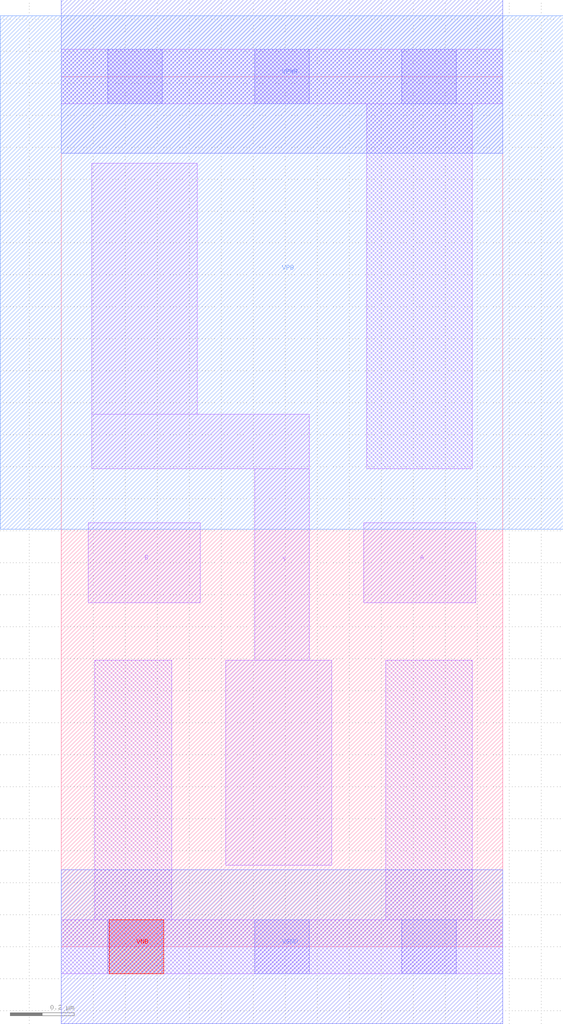
<source format=lef>
# Copyright 2020 The SkyWater PDK Authors
#
# Licensed under the Apache License, Version 2.0 (the "License");
# you may not use this file except in compliance with the License.
# You may obtain a copy of the License at
#
#     https://www.apache.org/licenses/LICENSE-2.0
#
# Unless required by applicable law or agreed to in writing, software
# distributed under the License is distributed on an "AS IS" BASIS,
# WITHOUT WARRANTIES OR CONDITIONS OF ANY KIND, either express or implied.
# See the License for the specific language governing permissions and
# limitations under the License.
#
# SPDX-License-Identifier: Apache-2.0

VERSION 5.7 ;
  NOWIREEXTENSIONATPIN ON ;
  DIVIDERCHAR "/" ;
  BUSBITCHARS "[]" ;
MACRO sky130_fd_sc_hd__nor2_1
  CLASS CORE ;
  FOREIGN sky130_fd_sc_hd__nor2_1 ;
  ORIGIN  0.000000  0.000000 ;
  SIZE  1.380000 BY  2.720000 ;
  SYMMETRY X Y R90 ;
  SITE unithd ;
  PIN A
    ANTENNAGATEAREA  0.247500 ;
    DIRECTION INPUT ;
    USE SIGNAL ;
    PORT
      LAYER li1 ;
        RECT 0.945000 1.075000 1.295000 1.325000 ;
    END
  END A
  PIN B
    ANTENNAGATEAREA  0.247500 ;
    DIRECTION INPUT ;
    USE SIGNAL ;
    PORT
      LAYER li1 ;
        RECT 0.085000 1.075000 0.435000 1.325000 ;
    END
  END B
  PIN Y
    ANTENNADIFFAREA  0.435500 ;
    DIRECTION OUTPUT ;
    USE SIGNAL ;
    PORT
      LAYER li1 ;
        RECT 0.095000 1.495000 0.775000 1.665000 ;
        RECT 0.095000 1.665000 0.425000 2.450000 ;
        RECT 0.515000 0.255000 0.845000 0.895000 ;
        RECT 0.605000 0.895000 0.775000 1.495000 ;
    END
  END Y
  PIN VGND
    DIRECTION INOUT ;
    SHAPE ABUTMENT ;
    USE GROUND ;
    PORT
      LAYER met1 ;
        RECT 0.000000 -0.240000 1.380000 0.240000 ;
    END
  END VGND
  PIN VNB
    DIRECTION INOUT ;
    USE GROUND ;
    PORT
      LAYER pwell ;
        RECT 0.150000 -0.085000 0.320000 0.085000 ;
    END
  END VNB
  PIN VPB
    DIRECTION INOUT ;
    USE POWER ;
    PORT
      LAYER nwell ;
        RECT -0.190000 1.305000 1.570000 2.910000 ;
    END
  END VPB
  PIN VPWR
    DIRECTION INOUT ;
    SHAPE ABUTMENT ;
    USE POWER ;
    PORT
      LAYER met1 ;
        RECT 0.000000 2.480000 1.380000 2.960000 ;
    END
  END VPWR
  OBS
    LAYER li1 ;
      RECT 0.000000 -0.085000 1.380000 0.085000 ;
      RECT 0.000000  2.635000 1.380000 2.805000 ;
      RECT 0.105000  0.085000 0.345000 0.895000 ;
      RECT 0.955000  1.495000 1.285000 2.635000 ;
      RECT 1.015000  0.085000 1.285000 0.895000 ;
    LAYER mcon ;
      RECT 0.145000 -0.085000 0.315000 0.085000 ;
      RECT 0.145000  2.635000 0.315000 2.805000 ;
      RECT 0.605000 -0.085000 0.775000 0.085000 ;
      RECT 0.605000  2.635000 0.775000 2.805000 ;
      RECT 1.065000 -0.085000 1.235000 0.085000 ;
      RECT 1.065000  2.635000 1.235000 2.805000 ;
  END
END sky130_fd_sc_hd__nor2_1
END LIBRARY

</source>
